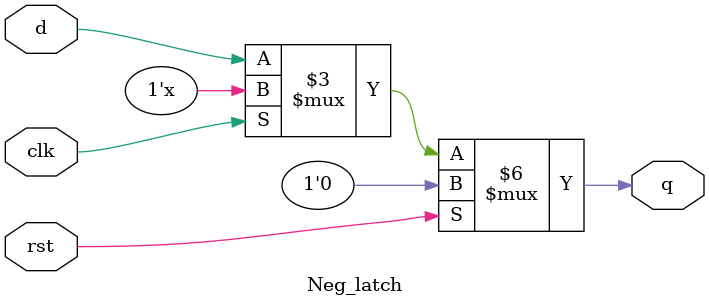
<source format=v>
module Neg_latch(clk,rst,q,d);
    input clk,rst,d;
    output reg q;
    always@(*)
    begin
        if(rst)
            q<=1'b0;
        else if(!clk)
            q<=d;
    end
endmodule

</source>
